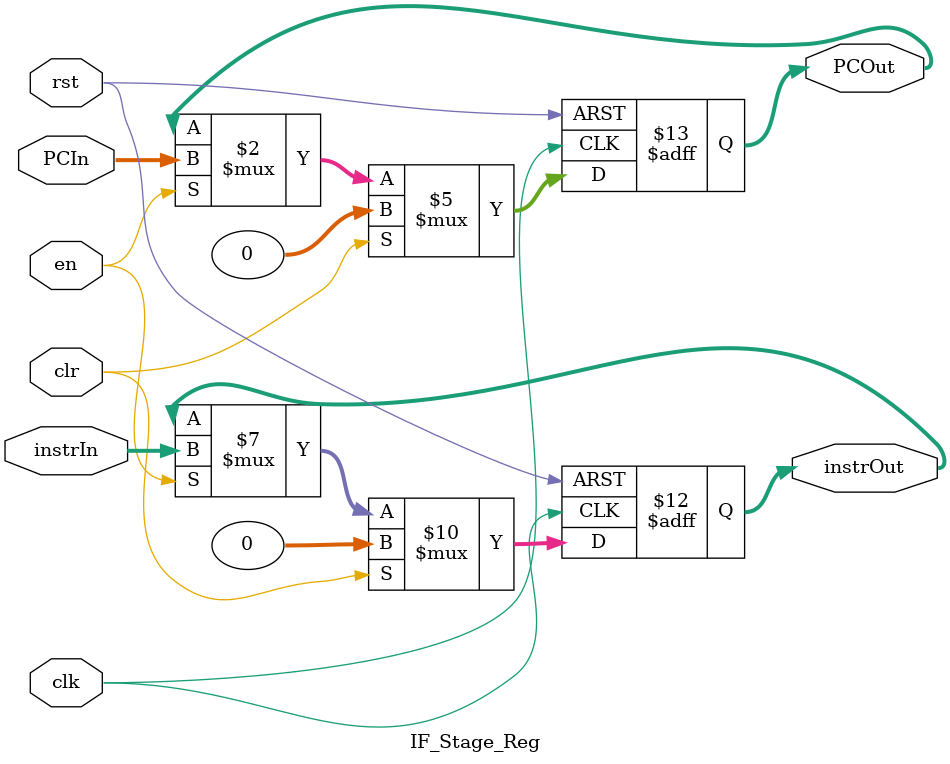
<source format=v>
module IF_Stage_Reg(clk, rst, en, clr, instrIn, PCIn, instrOut, PCOut);
    
    input clk, rst, clr, en;
    input [31:0] instrIn, PCIn;

    output reg [31:0] instrOut, PCOut;
    
    always @(posedge clk or posedge rst) begin
        
        if (rst) begin
            instrOut   <= 32'b0;
            PCOut      <= 32'b0;
        end 
        
        else if (clr) begin
			instrOut   <= 32'b0;
            PCOut      <= 32'b0;
        end

        else if (en) begin
            instrOut   <= instrIn;
            PCOut      <= PCIn;
        end
        
    end

endmodule
</source>
